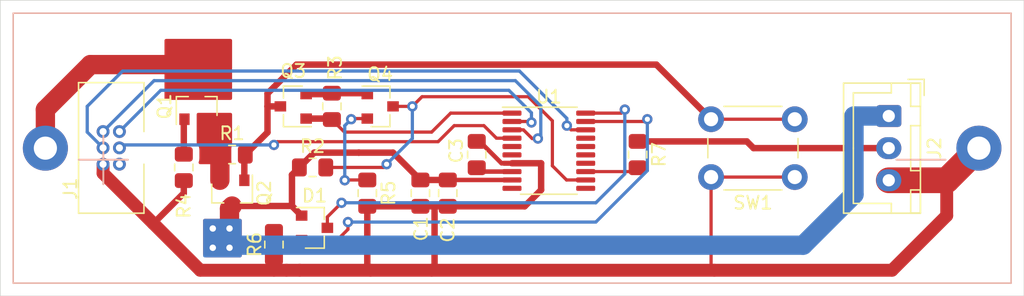
<source format=kicad_pcb>
(kicad_pcb (version 20171130) (host pcbnew "(5.1.10)-1")

  (general
    (thickness 1.6)
    (drawings 4)
    (tracks 167)
    (zones 0)
    (modules 20)
    (nets 20)
  )

  (page A4)
  (layers
    (0 F.Cu signal)
    (31 B.Cu signal)
    (32 B.Adhes user)
    (33 F.Adhes user)
    (34 B.Paste user)
    (35 F.Paste user)
    (36 B.SilkS user)
    (37 F.SilkS user)
    (38 B.Mask user)
    (39 F.Mask user)
    (40 Dwgs.User user)
    (41 Cmts.User user)
    (42 Eco1.User user)
    (43 Eco2.User user)
    (44 Edge.Cuts user)
    (45 Margin user)
    (46 B.CrtYd user)
    (47 F.CrtYd user)
    (48 B.Fab user hide)
    (49 F.Fab user hide)
  )

  (setup
    (last_trace_width 0.25)
    (user_trace_width 0.5)
    (user_trace_width 0.75)
    (user_trace_width 1)
    (user_trace_width 1.5)
    (user_trace_width 2)
    (trace_clearance 0.2)
    (zone_clearance 0.508)
    (zone_45_only no)
    (trace_min 0.2)
    (via_size 0.8)
    (via_drill 0.4)
    (via_min_size 0.4)
    (via_min_drill 0.3)
    (user_via 1 0.5)
    (uvia_size 0.3)
    (uvia_drill 0.1)
    (uvias_allowed no)
    (uvia_min_size 0.2)
    (uvia_min_drill 0.1)
    (edge_width 0.05)
    (segment_width 0.2)
    (pcb_text_width 0.3)
    (pcb_text_size 1.5 1.5)
    (mod_edge_width 0.12)
    (mod_text_size 1 1)
    (mod_text_width 0.15)
    (pad_size 1.524 1.524)
    (pad_drill 0.762)
    (pad_to_mask_clearance 0)
    (aux_axis_origin 0 0)
    (visible_elements 7FFFFFFF)
    (pcbplotparams
      (layerselection 0x010fc_ffffffff)
      (usegerberextensions false)
      (usegerberattributes true)
      (usegerberadvancedattributes true)
      (creategerberjobfile true)
      (excludeedgelayer true)
      (linewidth 0.100000)
      (plotframeref false)
      (viasonmask false)
      (mode 1)
      (useauxorigin false)
      (hpglpennumber 1)
      (hpglpenspeed 20)
      (hpglpendiameter 15.000000)
      (psnegative false)
      (psa4output false)
      (plotreference true)
      (plotvalue true)
      (plotinvisibletext false)
      (padsonsilk false)
      (subtractmaskfromsilk false)
      (outputformat 1)
      (mirror false)
      (drillshape 1)
      (scaleselection 1)
      (outputdirectory ""))
  )

  (net 0 "")
  (net 1 GND)
  (net 2 +BATT)
  (net 3 "Net-(BT1-Pad1)")
  (net 4 "Net-(C3-Pad1)")
  (net 5 /BAT_ADC_1)
  (net 6 /BAT_ADC_2)
  (net 7 /MCU_RX)
  (net 8 /MCU_TX)
  (net 9 /SWIM)
  (net 10 /NRST)
  (net 11 /WS_LED)
  (net 12 "Net-(Q1-Pad2)")
  (net 13 "Net-(Q1-Pad1)")
  (net 14 "Net-(Q2-Pad1)")
  (net 15 "Net-(Q3-Pad2)")
  (net 16 /PWR_EN)
  (net 17 /BTN)
  (net 18 "Net-(Q4-Pad2)")
  (net 19 "Net-(J2-Pad2)")

  (net_class Default "This is the default net class."
    (clearance 0.2)
    (trace_width 0.25)
    (via_dia 0.8)
    (via_drill 0.4)
    (uvia_dia 0.3)
    (uvia_drill 0.1)
    (add_net +BATT)
    (add_net /BAT_ADC_1)
    (add_net /BAT_ADC_2)
    (add_net /BTN)
    (add_net /MCU_RX)
    (add_net /MCU_TX)
    (add_net /NRST)
    (add_net /PWR_EN)
    (add_net /SWIM)
    (add_net /WS_LED)
    (add_net GND)
    (add_net "Net-(BT1-Pad1)")
    (add_net "Net-(C3-Pad1)")
    (add_net "Net-(J2-Pad2)")
    (add_net "Net-(Q1-Pad1)")
    (add_net "Net-(Q1-Pad2)")
    (add_net "Net-(Q2-Pad1)")
    (add_net "Net-(Q3-Pad2)")
    (add_net "Net-(Q4-Pad2)")
  )

  (module Resistor_SMD:R_0805_2012Metric_Pad1.15x1.40mm_HandSolder (layer F.Cu) (tedit 5B36C52B) (tstamp 61564962)
    (at 173.5 65.5 270)
    (descr "Resistor SMD 0805 (2012 Metric), square (rectangular) end terminal, IPC_7351 nominal with elongated pad for handsoldering. (Body size source: https://docs.google.com/spreadsheets/d/1BsfQQcO9C6DZCsRaXUlFlo91Tg2WpOkGARC1WS5S8t0/edit?usp=sharing), generated with kicad-footprint-generator")
    (tags "resistor handsolder")
    (path /61585399)
    (attr smd)
    (fp_text reference R7 (at 0 -1.65 90) (layer F.SilkS)
      (effects (font (size 1 1) (thickness 0.15)))
    )
    (fp_text value 470 (at 0 1.65 90) (layer F.Fab)
      (effects (font (size 1 1) (thickness 0.15)))
    )
    (fp_text user %R (at 0 0 90) (layer F.Fab)
      (effects (font (size 0.5 0.5) (thickness 0.08)))
    )
    (fp_line (start -1 0.6) (end -1 -0.6) (layer F.Fab) (width 0.1))
    (fp_line (start -1 -0.6) (end 1 -0.6) (layer F.Fab) (width 0.1))
    (fp_line (start 1 -0.6) (end 1 0.6) (layer F.Fab) (width 0.1))
    (fp_line (start 1 0.6) (end -1 0.6) (layer F.Fab) (width 0.1))
    (fp_line (start -0.261252 -0.71) (end 0.261252 -0.71) (layer F.SilkS) (width 0.12))
    (fp_line (start -0.261252 0.71) (end 0.261252 0.71) (layer F.SilkS) (width 0.12))
    (fp_line (start -1.85 0.95) (end -1.85 -0.95) (layer F.CrtYd) (width 0.05))
    (fp_line (start -1.85 -0.95) (end 1.85 -0.95) (layer F.CrtYd) (width 0.05))
    (fp_line (start 1.85 -0.95) (end 1.85 0.95) (layer F.CrtYd) (width 0.05))
    (fp_line (start 1.85 0.95) (end -1.85 0.95) (layer F.CrtYd) (width 0.05))
    (pad 2 smd roundrect (at 1.025 0 270) (size 1.15 1.4) (layers F.Cu F.Paste F.Mask) (roundrect_rratio 0.217391)
      (net 11 /WS_LED))
    (pad 1 smd roundrect (at -1.025 0 270) (size 1.15 1.4) (layers F.Cu F.Paste F.Mask) (roundrect_rratio 0.217391)
      (net 19 "Net-(J2-Pad2)"))
    (model ${KISYS3DMOD}/Resistor_SMD.3dshapes/R_0805_2012Metric.wrl
      (at (xyz 0 0 0))
      (scale (xyz 1 1 1))
      (rotate (xyz 0 0 0))
    )
  )

  (module Package_SO:TSSOP-20_4.4x6.5mm_P0.65mm (layer F.Cu) (tedit 5E476F32) (tstamp 6153B608)
    (at 166.6 65.2)
    (descr "TSSOP, 20 Pin (JEDEC MO-153 Var AC https://www.jedec.org/document_search?search_api_views_fulltext=MO-153), generated with kicad-footprint-generator ipc_gullwing_generator.py")
    (tags "TSSOP SO")
    (path /6150E75A)
    (attr smd)
    (fp_text reference U1 (at 0 -4.2) (layer F.SilkS)
      (effects (font (size 1 1) (thickness 0.15)))
    )
    (fp_text value STM8S103F3 (at 0 4.2) (layer F.Fab)
      (effects (font (size 1 1) (thickness 0.15)))
    )
    (fp_line (start 3.85 -3.5) (end -3.85 -3.5) (layer F.CrtYd) (width 0.05))
    (fp_line (start 3.85 3.5) (end 3.85 -3.5) (layer F.CrtYd) (width 0.05))
    (fp_line (start -3.85 3.5) (end 3.85 3.5) (layer F.CrtYd) (width 0.05))
    (fp_line (start -3.85 -3.5) (end -3.85 3.5) (layer F.CrtYd) (width 0.05))
    (fp_line (start -2.2 -2.25) (end -1.2 -3.25) (layer F.Fab) (width 0.1))
    (fp_line (start -2.2 3.25) (end -2.2 -2.25) (layer F.Fab) (width 0.1))
    (fp_line (start 2.2 3.25) (end -2.2 3.25) (layer F.Fab) (width 0.1))
    (fp_line (start 2.2 -3.25) (end 2.2 3.25) (layer F.Fab) (width 0.1))
    (fp_line (start -1.2 -3.25) (end 2.2 -3.25) (layer F.Fab) (width 0.1))
    (fp_line (start 0 -3.385) (end -3.6 -3.385) (layer F.SilkS) (width 0.12))
    (fp_line (start 0 -3.385) (end 2.2 -3.385) (layer F.SilkS) (width 0.12))
    (fp_line (start 0 3.385) (end -2.2 3.385) (layer F.SilkS) (width 0.12))
    (fp_line (start 0 3.385) (end 2.2 3.385) (layer F.SilkS) (width 0.12))
    (fp_text user %R (at 0 0) (layer F.Fab)
      (effects (font (size 1 1) (thickness 0.15)))
    )
    (pad 20 smd roundrect (at 2.8625 -2.925) (size 1.475 0.4) (layers F.Cu F.Paste F.Mask) (roundrect_rratio 0.25)
      (net 5 /BAT_ADC_1))
    (pad 19 smd roundrect (at 2.8625 -2.275) (size 1.475 0.4) (layers F.Cu F.Paste F.Mask) (roundrect_rratio 0.25)
      (net 6 /BAT_ADC_2))
    (pad 18 smd roundrect (at 2.8625 -1.625) (size 1.475 0.4) (layers F.Cu F.Paste F.Mask) (roundrect_rratio 0.25)
      (net 9 /SWIM))
    (pad 17 smd roundrect (at 2.8625 -0.975) (size 1.475 0.4) (layers F.Cu F.Paste F.Mask) (roundrect_rratio 0.25))
    (pad 16 smd roundrect (at 2.8625 -0.325) (size 1.475 0.4) (layers F.Cu F.Paste F.Mask) (roundrect_rratio 0.25))
    (pad 15 smd roundrect (at 2.8625 0.325) (size 1.475 0.4) (layers F.Cu F.Paste F.Mask) (roundrect_rratio 0.25))
    (pad 14 smd roundrect (at 2.8625 0.975) (size 1.475 0.4) (layers F.Cu F.Paste F.Mask) (roundrect_rratio 0.25))
    (pad 13 smd roundrect (at 2.8625 1.625) (size 1.475 0.4) (layers F.Cu F.Paste F.Mask) (roundrect_rratio 0.25)
      (net 11 /WS_LED))
    (pad 12 smd roundrect (at 2.8625 2.275) (size 1.475 0.4) (layers F.Cu F.Paste F.Mask) (roundrect_rratio 0.25)
      (net 17 /BTN))
    (pad 11 smd roundrect (at 2.8625 2.925) (size 1.475 0.4) (layers F.Cu F.Paste F.Mask) (roundrect_rratio 0.25))
    (pad 10 smd roundrect (at -2.8625 2.925) (size 1.475 0.4) (layers F.Cu F.Paste F.Mask) (roundrect_rratio 0.25))
    (pad 9 smd roundrect (at -2.8625 2.275) (size 1.475 0.4) (layers F.Cu F.Paste F.Mask) (roundrect_rratio 0.25)
      (net 2 +BATT))
    (pad 8 smd roundrect (at -2.8625 1.625) (size 1.475 0.4) (layers F.Cu F.Paste F.Mask) (roundrect_rratio 0.25)
      (net 4 "Net-(C3-Pad1)"))
    (pad 7 smd roundrect (at -2.8625 0.975) (size 1.475 0.4) (layers F.Cu F.Paste F.Mask) (roundrect_rratio 0.25)
      (net 1 GND))
    (pad 6 smd roundrect (at -2.8625 0.325) (size 1.475 0.4) (layers F.Cu F.Paste F.Mask) (roundrect_rratio 0.25))
    (pad 5 smd roundrect (at -2.8625 -0.325) (size 1.475 0.4) (layers F.Cu F.Paste F.Mask) (roundrect_rratio 0.25))
    (pad 4 smd roundrect (at -2.8625 -0.975) (size 1.475 0.4) (layers F.Cu F.Paste F.Mask) (roundrect_rratio 0.25)
      (net 10 /NRST))
    (pad 3 smd roundrect (at -2.8625 -1.625) (size 1.475 0.4) (layers F.Cu F.Paste F.Mask) (roundrect_rratio 0.25)
      (net 7 /MCU_RX))
    (pad 2 smd roundrect (at -2.8625 -2.275) (size 1.475 0.4) (layers F.Cu F.Paste F.Mask) (roundrect_rratio 0.25)
      (net 8 /MCU_TX))
    (pad 1 smd roundrect (at -2.8625 -2.925) (size 1.475 0.4) (layers F.Cu F.Paste F.Mask) (roundrect_rratio 0.25)
      (net 16 /PWR_EN))
    (model ${KISYS3DMOD}/Package_SO.3dshapes/TSSOP-20_4.4x6.5mm_P0.65mm.wrl
      (at (xyz 0 0 0))
      (scale (xyz 1 1 1))
      (rotate (xyz 0 0 0))
    )
  )

  (module Button_Switch_THT:SW_PUSH_6mm_H13mm (layer F.Cu) (tedit 5A02FE31) (tstamp 61563E22)
    (at 185.7 67.25 180)
    (descr "tactile push button, 6x6mm e.g. PHAP33xx series, height=13mm")
    (tags "tact sw push 6mm")
    (path /617CBF28)
    (fp_text reference SW1 (at 3.25 -2) (layer F.SilkS)
      (effects (font (size 1 1) (thickness 0.15)))
    )
    (fp_text value SW_Push (at 3.75 6.7) (layer F.Fab)
      (effects (font (size 1 1) (thickness 0.15)))
    )
    (fp_circle (center 3.25 2.25) (end 1.25 2.5) (layer F.Fab) (width 0.1))
    (fp_line (start 6.75 3) (end 6.75 1.5) (layer F.SilkS) (width 0.12))
    (fp_line (start 5.5 -1) (end 1 -1) (layer F.SilkS) (width 0.12))
    (fp_line (start -0.25 1.5) (end -0.25 3) (layer F.SilkS) (width 0.12))
    (fp_line (start 1 5.5) (end 5.5 5.5) (layer F.SilkS) (width 0.12))
    (fp_line (start 8 -1.25) (end 8 5.75) (layer F.CrtYd) (width 0.05))
    (fp_line (start 7.75 6) (end -1.25 6) (layer F.CrtYd) (width 0.05))
    (fp_line (start -1.5 5.75) (end -1.5 -1.25) (layer F.CrtYd) (width 0.05))
    (fp_line (start -1.25 -1.5) (end 7.75 -1.5) (layer F.CrtYd) (width 0.05))
    (fp_line (start -1.5 6) (end -1.25 6) (layer F.CrtYd) (width 0.05))
    (fp_line (start -1.5 5.75) (end -1.5 6) (layer F.CrtYd) (width 0.05))
    (fp_line (start -1.5 -1.5) (end -1.25 -1.5) (layer F.CrtYd) (width 0.05))
    (fp_line (start -1.5 -1.25) (end -1.5 -1.5) (layer F.CrtYd) (width 0.05))
    (fp_line (start 8 -1.5) (end 8 -1.25) (layer F.CrtYd) (width 0.05))
    (fp_line (start 7.75 -1.5) (end 8 -1.5) (layer F.CrtYd) (width 0.05))
    (fp_line (start 8 6) (end 8 5.75) (layer F.CrtYd) (width 0.05))
    (fp_line (start 7.75 6) (end 8 6) (layer F.CrtYd) (width 0.05))
    (fp_line (start 0.25 -0.75) (end 3.25 -0.75) (layer F.Fab) (width 0.1))
    (fp_line (start 0.25 5.25) (end 0.25 -0.75) (layer F.Fab) (width 0.1))
    (fp_line (start 6.25 5.25) (end 0.25 5.25) (layer F.Fab) (width 0.1))
    (fp_line (start 6.25 -0.75) (end 6.25 5.25) (layer F.Fab) (width 0.1))
    (fp_line (start 3.25 -0.75) (end 6.25 -0.75) (layer F.Fab) (width 0.1))
    (fp_text user %R (at 3.25 2.25) (layer F.Fab)
      (effects (font (size 1 1) (thickness 0.15)))
    )
    (pad 1 thru_hole circle (at 6.5 0 270) (size 2 2) (drill 1.1) (layers *.Cu *.Mask)
      (net 1 GND))
    (pad 2 thru_hole circle (at 6.5 4.5 270) (size 2 2) (drill 1.1) (layers *.Cu *.Mask)
      (net 14 "Net-(Q2-Pad1)"))
    (pad 1 thru_hole circle (at 0 0 270) (size 2 2) (drill 1.1) (layers *.Cu *.Mask)
      (net 1 GND))
    (pad 2 thru_hole circle (at 0 4.5 270) (size 2 2) (drill 1.1) (layers *.Cu *.Mask)
      (net 14 "Net-(Q2-Pad1)"))
    (model ${KISYS3DMOD}/Button_Switch_THT.3dshapes/SW_PUSH_6mm_H13mm.wrl
      (at (xyz 0 0 0))
      (scale (xyz 1 1 1))
      (rotate (xyz 0 0 0))
    )
  )

  (module Resistor_SMD:R_0805_2012Metric_Pad1.15x1.40mm_HandSolder (layer F.Cu) (tedit 5B36C52B) (tstamp 615640CB)
    (at 145.25 72.5 270)
    (descr "Resistor SMD 0805 (2012 Metric), square (rectangular) end terminal, IPC_7351 nominal with elongated pad for handsoldering. (Body size source: https://docs.google.com/spreadsheets/d/1BsfQQcO9C6DZCsRaXUlFlo91Tg2WpOkGARC1WS5S8t0/edit?usp=sharing), generated with kicad-footprint-generator")
    (tags "resistor handsolder")
    (path /617EAE3A)
    (attr smd)
    (fp_text reference R6 (at 0 1.5 90) (layer F.SilkS)
      (effects (font (size 1 1) (thickness 0.15)))
    )
    (fp_text value 150k (at 0 1.65 90) (layer F.Fab)
      (effects (font (size 1 1) (thickness 0.15)))
    )
    (fp_line (start 1.85 0.95) (end -1.85 0.95) (layer F.CrtYd) (width 0.05))
    (fp_line (start 1.85 -0.95) (end 1.85 0.95) (layer F.CrtYd) (width 0.05))
    (fp_line (start -1.85 -0.95) (end 1.85 -0.95) (layer F.CrtYd) (width 0.05))
    (fp_line (start -1.85 0.95) (end -1.85 -0.95) (layer F.CrtYd) (width 0.05))
    (fp_line (start -0.261252 0.71) (end 0.261252 0.71) (layer F.SilkS) (width 0.12))
    (fp_line (start -0.261252 -0.71) (end 0.261252 -0.71) (layer F.SilkS) (width 0.12))
    (fp_line (start 1 0.6) (end -1 0.6) (layer F.Fab) (width 0.1))
    (fp_line (start 1 -0.6) (end 1 0.6) (layer F.Fab) (width 0.1))
    (fp_line (start -1 -0.6) (end 1 -0.6) (layer F.Fab) (width 0.1))
    (fp_line (start -1 0.6) (end -1 -0.6) (layer F.Fab) (width 0.1))
    (fp_text user %R (at 0 0 90) (layer F.Fab)
      (effects (font (size 0.5 0.5) (thickness 0.08)))
    )
    (pad 2 smd roundrect (at 1.025 0 270) (size 1.15 1.4) (layers F.Cu F.Paste F.Mask) (roundrect_rratio 0.217391)
      (net 1 GND))
    (pad 1 smd roundrect (at -1.025 0 270) (size 1.15 1.4) (layers F.Cu F.Paste F.Mask) (roundrect_rratio 0.217391)
      (net 6 /BAT_ADC_2))
    (model ${KISYS3DMOD}/Resistor_SMD.3dshapes/R_0805_2012Metric.wrl
      (at (xyz 0 0 0))
      (scale (xyz 1 1 1))
      (rotate (xyz 0 0 0))
    )
  )

  (module Resistor_SMD:R_0805_2012Metric_Pad1.15x1.40mm_HandSolder (layer F.Cu) (tedit 5B36C52B) (tstamp 6153B5B2)
    (at 152.5 68.5 270)
    (descr "Resistor SMD 0805 (2012 Metric), square (rectangular) end terminal, IPC_7351 nominal with elongated pad for handsoldering. (Body size source: https://docs.google.com/spreadsheets/d/1BsfQQcO9C6DZCsRaXUlFlo91Tg2WpOkGARC1WS5S8t0/edit?usp=sharing), generated with kicad-footprint-generator")
    (tags "resistor handsolder")
    (path /617E80CD)
    (attr smd)
    (fp_text reference R5 (at 0 -1.65 90) (layer F.SilkS)
      (effects (font (size 1 1) (thickness 0.15)))
    )
    (fp_text value 100 (at 0 1.65 90) (layer F.Fab)
      (effects (font (size 1 1) (thickness 0.15)))
    )
    (fp_line (start 1.85 0.95) (end -1.85 0.95) (layer F.CrtYd) (width 0.05))
    (fp_line (start 1.85 -0.95) (end 1.85 0.95) (layer F.CrtYd) (width 0.05))
    (fp_line (start -1.85 -0.95) (end 1.85 -0.95) (layer F.CrtYd) (width 0.05))
    (fp_line (start -1.85 0.95) (end -1.85 -0.95) (layer F.CrtYd) (width 0.05))
    (fp_line (start -0.261252 0.71) (end 0.261252 0.71) (layer F.SilkS) (width 0.12))
    (fp_line (start -0.261252 -0.71) (end 0.261252 -0.71) (layer F.SilkS) (width 0.12))
    (fp_line (start 1 0.6) (end -1 0.6) (layer F.Fab) (width 0.1))
    (fp_line (start 1 -0.6) (end 1 0.6) (layer F.Fab) (width 0.1))
    (fp_line (start -1 -0.6) (end 1 -0.6) (layer F.Fab) (width 0.1))
    (fp_line (start -1 0.6) (end -1 -0.6) (layer F.Fab) (width 0.1))
    (fp_text user %R (at 0 0 90) (layer F.Fab)
      (effects (font (size 0.5 0.5) (thickness 0.08)))
    )
    (pad 2 smd roundrect (at 1.025 0 270) (size 1.15 1.4) (layers F.Cu F.Paste F.Mask) (roundrect_rratio 0.217391)
      (net 1 GND))
    (pad 1 smd roundrect (at -1.025 0 270) (size 1.15 1.4) (layers F.Cu F.Paste F.Mask) (roundrect_rratio 0.217391)
      (net 18 "Net-(Q4-Pad2)"))
    (model ${KISYS3DMOD}/Resistor_SMD.3dshapes/R_0805_2012Metric.wrl
      (at (xyz 0 0 0))
      (scale (xyz 1 1 1))
      (rotate (xyz 0 0 0))
    )
  )

  (module Resistor_SMD:R_0805_2012Metric_Pad1.15x1.40mm_HandSolder (layer F.Cu) (tedit 5B36C52B) (tstamp 6153B5A1)
    (at 138.25 66.5 270)
    (descr "Resistor SMD 0805 (2012 Metric), square (rectangular) end terminal, IPC_7351 nominal with elongated pad for handsoldering. (Body size source: https://docs.google.com/spreadsheets/d/1BsfQQcO9C6DZCsRaXUlFlo91Tg2WpOkGARC1WS5S8t0/edit?usp=sharing), generated with kicad-footprint-generator")
    (tags "resistor handsolder")
    (path /617CA115)
    (attr smd)
    (fp_text reference R4 (at 3 0 90) (layer F.SilkS)
      (effects (font (size 1 1) (thickness 0.15)))
    )
    (fp_text value 150k (at 0 1.65 90) (layer F.Fab)
      (effects (font (size 1 1) (thickness 0.15)))
    )
    (fp_line (start 1.85 0.95) (end -1.85 0.95) (layer F.CrtYd) (width 0.05))
    (fp_line (start 1.85 -0.95) (end 1.85 0.95) (layer F.CrtYd) (width 0.05))
    (fp_line (start -1.85 -0.95) (end 1.85 -0.95) (layer F.CrtYd) (width 0.05))
    (fp_line (start -1.85 0.95) (end -1.85 -0.95) (layer F.CrtYd) (width 0.05))
    (fp_line (start -0.261252 0.71) (end 0.261252 0.71) (layer F.SilkS) (width 0.12))
    (fp_line (start -0.261252 -0.71) (end 0.261252 -0.71) (layer F.SilkS) (width 0.12))
    (fp_line (start 1 0.6) (end -1 0.6) (layer F.Fab) (width 0.1))
    (fp_line (start 1 -0.6) (end 1 0.6) (layer F.Fab) (width 0.1))
    (fp_line (start -1 -0.6) (end 1 -0.6) (layer F.Fab) (width 0.1))
    (fp_line (start -1 0.6) (end -1 -0.6) (layer F.Fab) (width 0.1))
    (fp_text user %R (at 0 0 90) (layer F.Fab)
      (effects (font (size 0.5 0.5) (thickness 0.08)))
    )
    (pad 2 smd roundrect (at 1.025 0 270) (size 1.15 1.4) (layers F.Cu F.Paste F.Mask) (roundrect_rratio 0.217391)
      (net 1 GND))
    (pad 1 smd roundrect (at -1.025 0 270) (size 1.15 1.4) (layers F.Cu F.Paste F.Mask) (roundrect_rratio 0.217391)
      (net 13 "Net-(Q1-Pad1)"))
    (model ${KISYS3DMOD}/Resistor_SMD.3dshapes/R_0805_2012Metric.wrl
      (at (xyz 0 0 0))
      (scale (xyz 1 1 1))
      (rotate (xyz 0 0 0))
    )
  )

  (module Resistor_SMD:R_0805_2012Metric_Pad1.15x1.40mm_HandSolder (layer F.Cu) (tedit 5B36C52B) (tstamp 6153B590)
    (at 149.75 61.75 90)
    (descr "Resistor SMD 0805 (2012 Metric), square (rectangular) end terminal, IPC_7351 nominal with elongated pad for handsoldering. (Body size source: https://docs.google.com/spreadsheets/d/1BsfQQcO9C6DZCsRaXUlFlo91Tg2WpOkGARC1WS5S8t0/edit?usp=sharing), generated with kicad-footprint-generator")
    (tags "resistor handsolder")
    (path /617E0DB5)
    (attr smd)
    (fp_text reference R3 (at 3 0.25 90) (layer F.SilkS)
      (effects (font (size 1 1) (thickness 0.15)))
    )
    (fp_text value 150k (at 0 1.65 90) (layer F.Fab)
      (effects (font (size 1 1) (thickness 0.15)))
    )
    (fp_line (start 1.85 0.95) (end -1.85 0.95) (layer F.CrtYd) (width 0.05))
    (fp_line (start 1.85 -0.95) (end 1.85 0.95) (layer F.CrtYd) (width 0.05))
    (fp_line (start -1.85 -0.95) (end 1.85 -0.95) (layer F.CrtYd) (width 0.05))
    (fp_line (start -1.85 0.95) (end -1.85 -0.95) (layer F.CrtYd) (width 0.05))
    (fp_line (start -0.261252 0.71) (end 0.261252 0.71) (layer F.SilkS) (width 0.12))
    (fp_line (start -0.261252 -0.71) (end 0.261252 -0.71) (layer F.SilkS) (width 0.12))
    (fp_line (start 1 0.6) (end -1 0.6) (layer F.Fab) (width 0.1))
    (fp_line (start 1 -0.6) (end 1 0.6) (layer F.Fab) (width 0.1))
    (fp_line (start -1 -0.6) (end 1 -0.6) (layer F.Fab) (width 0.1))
    (fp_line (start -1 0.6) (end -1 -0.6) (layer F.Fab) (width 0.1))
    (fp_text user %R (at 0 0 90) (layer F.Fab)
      (effects (font (size 0.5 0.5) (thickness 0.08)))
    )
    (pad 2 smd roundrect (at 1.025 0 90) (size 1.15 1.4) (layers F.Cu F.Paste F.Mask) (roundrect_rratio 0.217391)
      (net 15 "Net-(Q3-Pad2)"))
    (pad 1 smd roundrect (at -1.025 0 90) (size 1.15 1.4) (layers F.Cu F.Paste F.Mask) (roundrect_rratio 0.217391)
      (net 16 /PWR_EN))
    (model ${KISYS3DMOD}/Resistor_SMD.3dshapes/R_0805_2012Metric.wrl
      (at (xyz 0 0 0))
      (scale (xyz 1 1 1))
      (rotate (xyz 0 0 0))
    )
  )

  (module Resistor_SMD:R_0805_2012Metric_Pad1.15x1.40mm_HandSolder (layer F.Cu) (tedit 5B36C52B) (tstamp 6153B57F)
    (at 148.25 66.5)
    (descr "Resistor SMD 0805 (2012 Metric), square (rectangular) end terminal, IPC_7351 nominal with elongated pad for handsoldering. (Body size source: https://docs.google.com/spreadsheets/d/1BsfQQcO9C6DZCsRaXUlFlo91Tg2WpOkGARC1WS5S8t0/edit?usp=sharing), generated with kicad-footprint-generator")
    (tags "resistor handsolder")
    (path /617E938D)
    (attr smd)
    (fp_text reference R2 (at 0 -1.65) (layer F.SilkS)
      (effects (font (size 1 1) (thickness 0.15)))
    )
    (fp_text value 15k (at 0 1.65) (layer F.Fab)
      (effects (font (size 1 1) (thickness 0.15)))
    )
    (fp_line (start 1.85 0.95) (end -1.85 0.95) (layer F.CrtYd) (width 0.05))
    (fp_line (start 1.85 -0.95) (end 1.85 0.95) (layer F.CrtYd) (width 0.05))
    (fp_line (start -1.85 -0.95) (end 1.85 -0.95) (layer F.CrtYd) (width 0.05))
    (fp_line (start -1.85 0.95) (end -1.85 -0.95) (layer F.CrtYd) (width 0.05))
    (fp_line (start -0.261252 0.71) (end 0.261252 0.71) (layer F.SilkS) (width 0.12))
    (fp_line (start -0.261252 -0.71) (end 0.261252 -0.71) (layer F.SilkS) (width 0.12))
    (fp_line (start 1 0.6) (end -1 0.6) (layer F.Fab) (width 0.1))
    (fp_line (start 1 -0.6) (end 1 0.6) (layer F.Fab) (width 0.1))
    (fp_line (start -1 -0.6) (end 1 -0.6) (layer F.Fab) (width 0.1))
    (fp_line (start -1 0.6) (end -1 -0.6) (layer F.Fab) (width 0.1))
    (fp_text user %R (at 0 0) (layer F.Fab)
      (effects (font (size 0.5 0.5) (thickness 0.08)))
    )
    (pad 2 smd roundrect (at 1.025 0) (size 1.15 1.4) (layers F.Cu F.Paste F.Mask) (roundrect_rratio 0.217391)
      (net 17 /BTN))
    (pad 1 smd roundrect (at -1.025 0) (size 1.15 1.4) (layers F.Cu F.Paste F.Mask) (roundrect_rratio 0.217391)
      (net 2 +BATT))
    (model ${KISYS3DMOD}/Resistor_SMD.3dshapes/R_0805_2012Metric.wrl
      (at (xyz 0 0 0))
      (scale (xyz 1 1 1))
      (rotate (xyz 0 0 0))
    )
  )

  (module Resistor_SMD:R_0805_2012Metric_Pad1.15x1.40mm_HandSolder (layer F.Cu) (tedit 5B36C52B) (tstamp 6153B56E)
    (at 142 65.5)
    (descr "Resistor SMD 0805 (2012 Metric), square (rectangular) end terminal, IPC_7351 nominal with elongated pad for handsoldering. (Body size source: https://docs.google.com/spreadsheets/d/1BsfQQcO9C6DZCsRaXUlFlo91Tg2WpOkGARC1WS5S8t0/edit?usp=sharing), generated with kicad-footprint-generator")
    (tags "resistor handsolder")
    (path /617CA93F)
    (attr smd)
    (fp_text reference R1 (at 0 -1.65) (layer F.SilkS)
      (effects (font (size 1 1) (thickness 0.15)))
    )
    (fp_text value 150k (at 0 1.65) (layer F.Fab)
      (effects (font (size 1 1) (thickness 0.15)))
    )
    (fp_line (start 1.85 0.95) (end -1.85 0.95) (layer F.CrtYd) (width 0.05))
    (fp_line (start 1.85 -0.95) (end 1.85 0.95) (layer F.CrtYd) (width 0.05))
    (fp_line (start -1.85 -0.95) (end 1.85 -0.95) (layer F.CrtYd) (width 0.05))
    (fp_line (start -1.85 0.95) (end -1.85 -0.95) (layer F.CrtYd) (width 0.05))
    (fp_line (start -0.261252 0.71) (end 0.261252 0.71) (layer F.SilkS) (width 0.12))
    (fp_line (start -0.261252 -0.71) (end 0.261252 -0.71) (layer F.SilkS) (width 0.12))
    (fp_line (start 1 0.6) (end -1 0.6) (layer F.Fab) (width 0.1))
    (fp_line (start 1 -0.6) (end 1 0.6) (layer F.Fab) (width 0.1))
    (fp_line (start -1 -0.6) (end 1 -0.6) (layer F.Fab) (width 0.1))
    (fp_line (start -1 0.6) (end -1 -0.6) (layer F.Fab) (width 0.1))
    (fp_text user %R (at 0 0) (layer F.Fab)
      (effects (font (size 0.5 0.5) (thickness 0.08)))
    )
    (pad 2 smd roundrect (at 1.025 0) (size 1.15 1.4) (layers F.Cu F.Paste F.Mask) (roundrect_rratio 0.217391)
      (net 14 "Net-(Q2-Pad1)"))
    (pad 1 smd roundrect (at -1.025 0) (size 1.15 1.4) (layers F.Cu F.Paste F.Mask) (roundrect_rratio 0.217391)
      (net 12 "Net-(Q1-Pad2)"))
    (model ${KISYS3DMOD}/Resistor_SMD.3dshapes/R_0805_2012Metric.wrl
      (at (xyz 0 0 0))
      (scale (xyz 1 1 1))
      (rotate (xyz 0 0 0))
    )
  )

  (module Package_TO_SOT_SMD:SOT-23 (layer F.Cu) (tedit 5A02FF57) (tstamp 6153B55D)
    (at 153.5 61.75)
    (descr "SOT-23, Standard")
    (tags SOT-23)
    (path /617E46B2)
    (attr smd)
    (fp_text reference Q4 (at 0 -2.5) (layer F.SilkS)
      (effects (font (size 1 1) (thickness 0.15)))
    )
    (fp_text value MMBT3904 (at 0 2.5) (layer F.Fab)
      (effects (font (size 1 1) (thickness 0.15)))
    )
    (fp_line (start 0.76 1.58) (end -0.7 1.58) (layer F.SilkS) (width 0.12))
    (fp_line (start 0.76 -1.58) (end -1.4 -1.58) (layer F.SilkS) (width 0.12))
    (fp_line (start -1.7 1.75) (end -1.7 -1.75) (layer F.CrtYd) (width 0.05))
    (fp_line (start 1.7 1.75) (end -1.7 1.75) (layer F.CrtYd) (width 0.05))
    (fp_line (start 1.7 -1.75) (end 1.7 1.75) (layer F.CrtYd) (width 0.05))
    (fp_line (start -1.7 -1.75) (end 1.7 -1.75) (layer F.CrtYd) (width 0.05))
    (fp_line (start 0.76 -1.58) (end 0.76 -0.65) (layer F.SilkS) (width 0.12))
    (fp_line (start 0.76 1.58) (end 0.76 0.65) (layer F.SilkS) (width 0.12))
    (fp_line (start -0.7 1.52) (end 0.7 1.52) (layer F.Fab) (width 0.1))
    (fp_line (start 0.7 -1.52) (end 0.7 1.52) (layer F.Fab) (width 0.1))
    (fp_line (start -0.7 -0.95) (end -0.15 -1.52) (layer F.Fab) (width 0.1))
    (fp_line (start -0.15 -1.52) (end 0.7 -1.52) (layer F.Fab) (width 0.1))
    (fp_line (start -0.7 -0.95) (end -0.7 1.5) (layer F.Fab) (width 0.1))
    (fp_text user %R (at 0 0 90) (layer F.Fab)
      (effects (font (size 0.5 0.5) (thickness 0.075)))
    )
    (pad 3 smd rect (at 1 0) (size 0.9 0.8) (layers F.Cu F.Paste F.Mask)
      (net 17 /BTN))
    (pad 2 smd rect (at -1 0.95) (size 0.9 0.8) (layers F.Cu F.Paste F.Mask)
      (net 18 "Net-(Q4-Pad2)"))
    (pad 1 smd rect (at -1 -0.95) (size 0.9 0.8) (layers F.Cu F.Paste F.Mask)
      (net 15 "Net-(Q3-Pad2)"))
    (model ${KISYS3DMOD}/Package_TO_SOT_SMD.3dshapes/SOT-23.wrl
      (at (xyz 0 0 0))
      (scale (xyz 1 1 1))
      (rotate (xyz 0 0 0))
    )
  )

  (module Package_TO_SOT_SMD:SOT-23 (layer F.Cu) (tedit 5A02FF57) (tstamp 6153B548)
    (at 146.75 61.75 180)
    (descr "SOT-23, Standard")
    (tags SOT-23)
    (path /617D2739)
    (attr smd)
    (fp_text reference Q3 (at 0 2.75) (layer F.SilkS)
      (effects (font (size 1 1) (thickness 0.15)))
    )
    (fp_text value 2N7002 (at 0 2.5) (layer F.Fab)
      (effects (font (size 1 1) (thickness 0.15)))
    )
    (fp_line (start 0.76 1.58) (end -0.7 1.58) (layer F.SilkS) (width 0.12))
    (fp_line (start 0.76 -1.58) (end -1.4 -1.58) (layer F.SilkS) (width 0.12))
    (fp_line (start -1.7 1.75) (end -1.7 -1.75) (layer F.CrtYd) (width 0.05))
    (fp_line (start 1.7 1.75) (end -1.7 1.75) (layer F.CrtYd) (width 0.05))
    (fp_line (start 1.7 -1.75) (end 1.7 1.75) (layer F.CrtYd) (width 0.05))
    (fp_line (start -1.7 -1.75) (end 1.7 -1.75) (layer F.CrtYd) (width 0.05))
    (fp_line (start 0.76 -1.58) (end 0.76 -0.65) (layer F.SilkS) (width 0.12))
    (fp_line (start 0.76 1.58) (end 0.76 0.65) (layer F.SilkS) (width 0.12))
    (fp_line (start -0.7 1.52) (end 0.7 1.52) (layer F.Fab) (width 0.1))
    (fp_line (start 0.7 -1.52) (end 0.7 1.52) (layer F.Fab) (width 0.1))
    (fp_line (start -0.7 -0.95) (end -0.15 -1.52) (layer F.Fab) (width 0.1))
    (fp_line (start -0.15 -1.52) (end 0.7 -1.52) (layer F.Fab) (width 0.1))
    (fp_line (start -0.7 -0.95) (end -0.7 1.5) (layer F.Fab) (width 0.1))
    (fp_text user %R (at 0 0 90) (layer F.Fab)
      (effects (font (size 0.5 0.5) (thickness 0.075)))
    )
    (pad 3 smd rect (at 1 0 180) (size 0.9 0.8) (layers F.Cu F.Paste F.Mask)
      (net 14 "Net-(Q2-Pad1)"))
    (pad 2 smd rect (at -1 0.95 180) (size 0.9 0.8) (layers F.Cu F.Paste F.Mask)
      (net 15 "Net-(Q3-Pad2)"))
    (pad 1 smd rect (at -1 -0.95 180) (size 0.9 0.8) (layers F.Cu F.Paste F.Mask)
      (net 16 /PWR_EN))
    (model ${KISYS3DMOD}/Package_TO_SOT_SMD.3dshapes/SOT-23.wrl
      (at (xyz 0 0 0))
      (scale (xyz 1 1 1))
      (rotate (xyz 0 0 0))
    )
  )

  (module Package_TO_SOT_SMD:SOT-23 (layer F.Cu) (tedit 5A02FF57) (tstamp 6153B533)
    (at 142 68.5 270)
    (descr "SOT-23, Standard")
    (tags SOT-23)
    (path /617CB44C)
    (attr smd)
    (fp_text reference Q2 (at 0 -2.5 90) (layer F.SilkS)
      (effects (font (size 1 1) (thickness 0.15)))
    )
    (fp_text value IRLML6401 (at 0 2.5 90) (layer F.Fab)
      (effects (font (size 1 1) (thickness 0.15)))
    )
    (fp_line (start 0.76 1.58) (end -0.7 1.58) (layer F.SilkS) (width 0.12))
    (fp_line (start 0.76 -1.58) (end -1.4 -1.58) (layer F.SilkS) (width 0.12))
    (fp_line (start -1.7 1.75) (end -1.7 -1.75) (layer F.CrtYd) (width 0.05))
    (fp_line (start 1.7 1.75) (end -1.7 1.75) (layer F.CrtYd) (width 0.05))
    (fp_line (start 1.7 -1.75) (end 1.7 1.75) (layer F.CrtYd) (width 0.05))
    (fp_line (start -1.7 -1.75) (end 1.7 -1.75) (layer F.CrtYd) (width 0.05))
    (fp_line (start 0.76 -1.58) (end 0.76 -0.65) (layer F.SilkS) (width 0.12))
    (fp_line (start 0.76 1.58) (end 0.76 0.65) (layer F.SilkS) (width 0.12))
    (fp_line (start -0.7 1.52) (end 0.7 1.52) (layer F.Fab) (width 0.1))
    (fp_line (start 0.7 -1.52) (end 0.7 1.52) (layer F.Fab) (width 0.1))
    (fp_line (start -0.7 -0.95) (end -0.15 -1.52) (layer F.Fab) (width 0.1))
    (fp_line (start -0.15 -1.52) (end 0.7 -1.52) (layer F.Fab) (width 0.1))
    (fp_line (start -0.7 -0.95) (end -0.7 1.5) (layer F.Fab) (width 0.1))
    (fp_text user %R (at 0 0) (layer F.Fab)
      (effects (font (size 0.5 0.5) (thickness 0.075)))
    )
    (pad 3 smd rect (at 1 0 270) (size 0.9 0.8) (layers F.Cu F.Paste F.Mask)
      (net 2 +BATT))
    (pad 2 smd rect (at -1 0.95 270) (size 0.9 0.8) (layers F.Cu F.Paste F.Mask)
      (net 12 "Net-(Q1-Pad2)"))
    (pad 1 smd rect (at -1 -0.95 270) (size 0.9 0.8) (layers F.Cu F.Paste F.Mask)
      (net 14 "Net-(Q2-Pad1)"))
    (model ${KISYS3DMOD}/Package_TO_SOT_SMD.3dshapes/SOT-23.wrl
      (at (xyz 0 0 0))
      (scale (xyz 1 1 1))
      (rotate (xyz 0 0 0))
    )
  )

  (module Package_TO_SOT_SMD:SOT-23 (layer F.Cu) (tedit 5A02FF57) (tstamp 6153B51E)
    (at 139.25 61.75 90)
    (descr "SOT-23, Standard")
    (tags SOT-23)
    (path /617C7128)
    (attr smd)
    (fp_text reference Q1 (at 0 -2.5 90) (layer F.SilkS)
      (effects (font (size 1 1) (thickness 0.15)))
    )
    (fp_text value IRLML6401 (at 0 2.5 90) (layer F.Fab)
      (effects (font (size 1 1) (thickness 0.15)))
    )
    (fp_line (start 0.76 1.58) (end -0.7 1.58) (layer F.SilkS) (width 0.12))
    (fp_line (start 0.76 -1.58) (end -1.4 -1.58) (layer F.SilkS) (width 0.12))
    (fp_line (start -1.7 1.75) (end -1.7 -1.75) (layer F.CrtYd) (width 0.05))
    (fp_line (start 1.7 1.75) (end -1.7 1.75) (layer F.CrtYd) (width 0.05))
    (fp_line (start 1.7 -1.75) (end 1.7 1.75) (layer F.CrtYd) (width 0.05))
    (fp_line (start -1.7 -1.75) (end 1.7 -1.75) (layer F.CrtYd) (width 0.05))
    (fp_line (start 0.76 -1.58) (end 0.76 -0.65) (layer F.SilkS) (width 0.12))
    (fp_line (start 0.76 1.58) (end 0.76 0.65) (layer F.SilkS) (width 0.12))
    (fp_line (start -0.7 1.52) (end 0.7 1.52) (layer F.Fab) (width 0.1))
    (fp_line (start 0.7 -1.52) (end 0.7 1.52) (layer F.Fab) (width 0.1))
    (fp_line (start -0.7 -0.95) (end -0.15 -1.52) (layer F.Fab) (width 0.1))
    (fp_line (start -0.15 -1.52) (end 0.7 -1.52) (layer F.Fab) (width 0.1))
    (fp_line (start -0.7 -0.95) (end -0.7 1.5) (layer F.Fab) (width 0.1))
    (fp_text user %R (at 0 0) (layer F.Fab)
      (effects (font (size 0.5 0.5) (thickness 0.075)))
    )
    (pad 3 smd rect (at 1 0 90) (size 0.9 0.8) (layers F.Cu F.Paste F.Mask)
      (net 3 "Net-(BT1-Pad1)"))
    (pad 2 smd rect (at -1 0.95 90) (size 0.9 0.8) (layers F.Cu F.Paste F.Mask)
      (net 12 "Net-(Q1-Pad2)"))
    (pad 1 smd rect (at -1 -0.95 90) (size 0.9 0.8) (layers F.Cu F.Paste F.Mask)
      (net 13 "Net-(Q1-Pad1)"))
    (model ${KISYS3DMOD}/Package_TO_SOT_SMD.3dshapes/SOT-23.wrl
      (at (xyz 0 0 0))
      (scale (xyz 1 1 1))
      (rotate (xyz 0 0 0))
    )
  )

  (module Connector_JST:JST_XH_B3B-XH-A_1x03_P2.50mm_Vertical (layer F.Cu) (tedit 5C28146C) (tstamp 6153B509)
    (at 193 62.5 270)
    (descr "JST XH series connector, B3B-XH-A (http://www.jst-mfg.com/product/pdf/eng/eXH.pdf), generated with kicad-footprint-generator")
    (tags "connector JST XH vertical")
    (path /6152FA7C)
    (fp_text reference J2 (at 2.5 -3.55 90) (layer F.SilkS)
      (effects (font (size 1 1) (thickness 0.15)))
    )
    (fp_text value WS_LED (at 2.5 4.6 90) (layer F.Fab)
      (effects (font (size 1 1) (thickness 0.15)))
    )
    (fp_line (start -2.85 -2.75) (end -2.85 -1.5) (layer F.SilkS) (width 0.12))
    (fp_line (start -1.6 -2.75) (end -2.85 -2.75) (layer F.SilkS) (width 0.12))
    (fp_line (start 6.8 2.75) (end 2.5 2.75) (layer F.SilkS) (width 0.12))
    (fp_line (start 6.8 -0.2) (end 6.8 2.75) (layer F.SilkS) (width 0.12))
    (fp_line (start 7.55 -0.2) (end 6.8 -0.2) (layer F.SilkS) (width 0.12))
    (fp_line (start -1.8 2.75) (end 2.5 2.75) (layer F.SilkS) (width 0.12))
    (fp_line (start -1.8 -0.2) (end -1.8 2.75) (layer F.SilkS) (width 0.12))
    (fp_line (start -2.55 -0.2) (end -1.8 -0.2) (layer F.SilkS) (width 0.12))
    (fp_line (start 7.55 -2.45) (end 5.75 -2.45) (layer F.SilkS) (width 0.12))
    (fp_line (start 7.55 -1.7) (end 7.55 -2.45) (layer F.SilkS) (width 0.12))
    (fp_line (start 5.75 -1.7) (end 7.55 -1.7) (layer F.SilkS) (width 0.12))
    (fp_line (start 5.75 -2.45) (end 5.75 -1.7) (layer F.SilkS) (width 0.12))
    (fp_line (start -0.75 -2.45) (end -2.55 -2.45) (layer F.SilkS) (width 0.12))
    (fp_line (start -0.75 -1.7) (end -0.75 -2.45) (layer F.SilkS) (width 0.12))
    (fp_line (start -2.55 -1.7) (end -0.75 -1.7) (layer F.SilkS) (width 0.12))
    (fp_line (start -2.55 -2.45) (end -2.55 -1.7) (layer F.SilkS) (width 0.12))
    (fp_line (start 4.25 -2.45) (end 0.75 -2.45) (layer F.SilkS) (width 0.12))
    (fp_line (start 4.25 -1.7) (end 4.25 -2.45) (layer F.SilkS) (width 0.12))
    (fp_line (start 0.75 -1.7) (end 4.25 -1.7) (layer F.SilkS) (width 0.12))
    (fp_line (start 0.75 -2.45) (end 0.75 -1.7) (layer F.SilkS) (width 0.12))
    (fp_line (start 0 -1.35) (end 0.625 -2.35) (layer F.Fab) (width 0.1))
    (fp_line (start -0.625 -2.35) (end 0 -1.35) (layer F.Fab) (width 0.1))
    (fp_line (start 7.95 -2.85) (end -2.95 -2.85) (layer F.CrtYd) (width 0.05))
    (fp_line (start 7.95 3.9) (end 7.95 -2.85) (layer F.CrtYd) (width 0.05))
    (fp_line (start -2.95 3.9) (end 7.95 3.9) (layer F.CrtYd) (width 0.05))
    (fp_line (start -2.95 -2.85) (end -2.95 3.9) (layer F.CrtYd) (width 0.05))
    (fp_line (start 7.56 -2.46) (end -2.56 -2.46) (layer F.SilkS) (width 0.12))
    (fp_line (start 7.56 3.51) (end 7.56 -2.46) (layer F.SilkS) (width 0.12))
    (fp_line (start -2.56 3.51) (end 7.56 3.51) (layer F.SilkS) (width 0.12))
    (fp_line (start -2.56 -2.46) (end -2.56 3.51) (layer F.SilkS) (width 0.12))
    (fp_line (start 7.45 -2.35) (end -2.45 -2.35) (layer F.Fab) (width 0.1))
    (fp_line (start 7.45 3.4) (end 7.45 -2.35) (layer F.Fab) (width 0.1))
    (fp_line (start -2.45 3.4) (end 7.45 3.4) (layer F.Fab) (width 0.1))
    (fp_line (start -2.45 -2.35) (end -2.45 3.4) (layer F.Fab) (width 0.1))
    (fp_text user %R (at 2.5 2.7 90) (layer F.Fab)
      (effects (font (size 1 1) (thickness 0.15)))
    )
    (pad 3 thru_hole oval (at 5 0 270) (size 1.7 1.95) (drill 0.95) (layers *.Cu *.Mask)
      (net 1 GND))
    (pad 2 thru_hole oval (at 2.5 0 270) (size 1.7 1.95) (drill 0.95) (layers *.Cu *.Mask)
      (net 19 "Net-(J2-Pad2)"))
    (pad 1 thru_hole roundrect (at 0 0 270) (size 1.7 1.95) (drill 0.95) (layers *.Cu *.Mask) (roundrect_rratio 0.147059)
      (net 2 +BATT))
    (model ${KISYS3DMOD}/Connector_JST.3dshapes/JST_XH_B3B-XH-A_1x03_P2.50mm_Vertical.wrl
      (at (xyz 0 0 0))
      (scale (xyz 1 1 1))
      (rotate (xyz 0 0 0))
    )
  )

  (module local:IDC-1.27-6P (layer F.Cu) (tedit 6150DA85) (tstamp 61562EFC)
    (at 131.98 66.25 90)
    (path /6151301A)
    (fp_text reference J1 (at -1.905 -2.54 90) (layer F.SilkS)
      (effects (font (size 1 1) (thickness 0.15)))
    )
    (fp_text value PROGRAMMING (at 1.27 -1.27 90) (layer F.Fab)
      (effects (font (size 1 1) (thickness 0.15)))
    )
    (fp_line (start 6.35 3.175) (end 2.54 3.175) (layer F.SilkS) (width 0.12))
    (fp_line (start 6.35 -1.905) (end 6.35 3.175) (layer F.SilkS) (width 0.12))
    (fp_line (start 0 -1.905) (end 6.35 -1.905) (layer F.SilkS) (width 0.12))
    (fp_line (start -3.81 3.175) (end 0 3.175) (layer F.SilkS) (width 0.12))
    (fp_line (start -3.81 -1.905) (end -3.81 3.175) (layer F.SilkS) (width 0.12))
    (fp_line (start 0 -1.905) (end -3.81 -1.905) (layer F.SilkS) (width 0.12))
    (pad 6 thru_hole circle (at 2.54 0 90) (size 1 1) (drill 0.55) (layers *.Cu *.Mask)
      (net 7 /MCU_RX))
    (pad 5 thru_hole circle (at 2.54 1.27 90) (size 1 1) (drill 0.55) (layers *.Cu *.Mask)
      (net 8 /MCU_TX))
    (pad 4 thru_hole circle (at 1.27 0 90) (size 1 1) (drill 0.55) (layers *.Cu *.Mask)
      (net 9 /SWIM))
    (pad 3 thru_hole circle (at 1.27 1.27 90) (size 1 1) (drill 0.55) (layers *.Cu *.Mask)
      (net 10 /NRST))
    (pad 2 thru_hole circle (at 0 0 90) (size 1 1) (drill 0.55) (layers *.Cu *.Mask)
      (net 1 GND))
    (pad 1 thru_hole circle (at 0 1.27 90) (size 1 1) (drill 0.55) (layers *.Cu *.Mask))
    (model ${KIPRJMOD}/Libraries/3d_models/IDC-CON-1_27P-6P_TH.STEP
      (offset (xyz 1.27 -0.635 0))
      (scale (xyz 1 1 1))
      (rotate (xyz -90 0 0))
    )
  )

  (module Package_TO_SOT_SMD:SOT-23 (layer F.Cu) (tedit 5A02FF57) (tstamp 6153B4CF)
    (at 148.4 71.2)
    (descr "SOT-23, Standard")
    (tags SOT-23)
    (path /617E9ED2)
    (attr smd)
    (fp_text reference D1 (at 0 -2.5) (layer F.SilkS)
      (effects (font (size 1 1) (thickness 0.15)))
    )
    (fp_text value BAV99 (at 0 2.5) (layer F.Fab)
      (effects (font (size 1 1) (thickness 0.15)))
    )
    (fp_line (start 0.76 1.58) (end -0.7 1.58) (layer F.SilkS) (width 0.12))
    (fp_line (start 0.76 -1.58) (end -1.4 -1.58) (layer F.SilkS) (width 0.12))
    (fp_line (start -1.7 1.75) (end -1.7 -1.75) (layer F.CrtYd) (width 0.05))
    (fp_line (start 1.7 1.75) (end -1.7 1.75) (layer F.CrtYd) (width 0.05))
    (fp_line (start 1.7 -1.75) (end 1.7 1.75) (layer F.CrtYd) (width 0.05))
    (fp_line (start -1.7 -1.75) (end 1.7 -1.75) (layer F.CrtYd) (width 0.05))
    (fp_line (start 0.76 -1.58) (end 0.76 -0.65) (layer F.SilkS) (width 0.12))
    (fp_line (start 0.76 1.58) (end 0.76 0.65) (layer F.SilkS) (width 0.12))
    (fp_line (start -0.7 1.52) (end 0.7 1.52) (layer F.Fab) (width 0.1))
    (fp_line (start 0.7 -1.52) (end 0.7 1.52) (layer F.Fab) (width 0.1))
    (fp_line (start -0.7 -0.95) (end -0.15 -1.52) (layer F.Fab) (width 0.1))
    (fp_line (start -0.15 -1.52) (end 0.7 -1.52) (layer F.Fab) (width 0.1))
    (fp_line (start -0.7 -0.95) (end -0.7 1.5) (layer F.Fab) (width 0.1))
    (fp_text user %R (at 0 0 90) (layer F.Fab)
      (effects (font (size 0.5 0.5) (thickness 0.075)))
    )
    (pad 3 smd rect (at 1 0) (size 0.9 0.8) (layers F.Cu F.Paste F.Mask)
      (net 5 /BAT_ADC_1))
    (pad 2 smd rect (at -1 0.95) (size 0.9 0.8) (layers F.Cu F.Paste F.Mask)
      (net 6 /BAT_ADC_2))
    (pad 1 smd rect (at -1 -0.95) (size 0.9 0.8) (layers F.Cu F.Paste F.Mask)
      (net 2 +BATT))
    (model ${KISYS3DMOD}/Package_TO_SOT_SMD.3dshapes/SOT-23.wrl
      (at (xyz 0 0 0))
      (scale (xyz 1 1 1))
      (rotate (xyz 0 0 0))
    )
  )

  (module Capacitor_SMD:C_0805_2012Metric_Pad1.15x1.40mm_HandSolder (layer F.Cu) (tedit 5B36C52B) (tstamp 6153B4BA)
    (at 161 65.5 90)
    (descr "Capacitor SMD 0805 (2012 Metric), square (rectangular) end terminal, IPC_7351 nominal with elongated pad for handsoldering. (Body size source: https://docs.google.com/spreadsheets/d/1BsfQQcO9C6DZCsRaXUlFlo91Tg2WpOkGARC1WS5S8t0/edit?usp=sharing), generated with kicad-footprint-generator")
    (tags "capacitor handsolder")
    (path /6151911B)
    (attr smd)
    (fp_text reference C3 (at 0.3 -1.6 90) (layer F.SilkS)
      (effects (font (size 1 1) (thickness 0.15)))
    )
    (fp_text value 1uF (at 0 1.65 90) (layer F.Fab)
      (effects (font (size 1 1) (thickness 0.15)))
    )
    (fp_line (start 1.85 0.95) (end -1.85 0.95) (layer F.CrtYd) (width 0.05))
    (fp_line (start 1.85 -0.95) (end 1.85 0.95) (layer F.CrtYd) (width 0.05))
    (fp_line (start -1.85 -0.95) (end 1.85 -0.95) (layer F.CrtYd) (width 0.05))
    (fp_line (start -1.85 0.95) (end -1.85 -0.95) (layer F.CrtYd) (width 0.05))
    (fp_line (start -0.261252 0.71) (end 0.261252 0.71) (layer F.SilkS) (width 0.12))
    (fp_line (start -0.261252 -0.71) (end 0.261252 -0.71) (layer F.SilkS) (width 0.12))
    (fp_line (start 1 0.6) (end -1 0.6) (layer F.Fab) (width 0.1))
    (fp_line (start 1 -0.6) (end 1 0.6) (layer F.Fab) (width 0.1))
    (fp_line (start -1 -0.6) (end 1 -0.6) (layer F.Fab) (width 0.1))
    (fp_line (start -1 0.6) (end -1 -0.6) (layer F.Fab) (width 0.1))
    (fp_text user %R (at 0 0 90) (layer F.Fab)
      (effects (font (size 0.5 0.5) (thickness 0.08)))
    )
    (pad 2 smd roundrect (at 1.025 0 90) (size 1.15 1.4) (layers F.Cu F.Paste F.Mask) (roundrect_rratio 0.217391)
      (net 1 GND))
    (pad 1 smd roundrect (at -1.025 0 90) (size 1.15 1.4) (layers F.Cu F.Paste F.Mask) (roundrect_rratio 0.217391)
      (net 4 "Net-(C3-Pad1)"))
    (model ${KISYS3DMOD}/Capacitor_SMD.3dshapes/C_0805_2012Metric.wrl
      (at (xyz 0 0 0))
      (scale (xyz 1 1 1))
      (rotate (xyz 0 0 0))
    )
  )

  (module Capacitor_SMD:C_0805_2012Metric_Pad1.15x1.40mm_HandSolder (layer F.Cu) (tedit 5B36C52B) (tstamp 6153B4A9)
    (at 158.75 68.5 90)
    (descr "Capacitor SMD 0805 (2012 Metric), square (rectangular) end terminal, IPC_7351 nominal with elongated pad for handsoldering. (Body size source: https://docs.google.com/spreadsheets/d/1BsfQQcO9C6DZCsRaXUlFlo91Tg2WpOkGARC1WS5S8t0/edit?usp=sharing), generated with kicad-footprint-generator")
    (tags "capacitor handsolder")
    (path /6151CD4B)
    (attr smd)
    (fp_text reference C2 (at -2.875 0 90) (layer F.SilkS)
      (effects (font (size 1 1) (thickness 0.15)))
    )
    (fp_text value 0.1uF (at 0 1.65 90) (layer F.Fab)
      (effects (font (size 1 1) (thickness 0.15)))
    )
    (fp_line (start 1.85 0.95) (end -1.85 0.95) (layer F.CrtYd) (width 0.05))
    (fp_line (start 1.85 -0.95) (end 1.85 0.95) (layer F.CrtYd) (width 0.05))
    (fp_line (start -1.85 -0.95) (end 1.85 -0.95) (layer F.CrtYd) (width 0.05))
    (fp_line (start -1.85 0.95) (end -1.85 -0.95) (layer F.CrtYd) (width 0.05))
    (fp_line (start -0.261252 0.71) (end 0.261252 0.71) (layer F.SilkS) (width 0.12))
    (fp_line (start -0.261252 -0.71) (end 0.261252 -0.71) (layer F.SilkS) (width 0.12))
    (fp_line (start 1 0.6) (end -1 0.6) (layer F.Fab) (width 0.1))
    (fp_line (start 1 -0.6) (end 1 0.6) (layer F.Fab) (width 0.1))
    (fp_line (start -1 -0.6) (end 1 -0.6) (layer F.Fab) (width 0.1))
    (fp_line (start -1 0.6) (end -1 -0.6) (layer F.Fab) (width 0.1))
    (fp_text user %R (at 0 0 90) (layer F.Fab)
      (effects (font (size 0.5 0.5) (thickness 0.08)))
    )
    (pad 2 smd roundrect (at 1.025 0 90) (size 1.15 1.4) (layers F.Cu F.Paste F.Mask) (roundrect_rratio 0.217391)
      (net 2 +BATT))
    (pad 1 smd roundrect (at -1.025 0 90) (size 1.15 1.4) (layers F.Cu F.Paste F.Mask) (roundrect_rratio 0.217391)
      (net 1 GND))
    (model ${KISYS3DMOD}/Capacitor_SMD.3dshapes/C_0805_2012Metric.wrl
      (at (xyz 0 0 0))
      (scale (xyz 1 1 1))
      (rotate (xyz 0 0 0))
    )
  )

  (module Capacitor_SMD:C_0805_2012Metric_Pad1.15x1.40mm_HandSolder (layer F.Cu) (tedit 5B36C52B) (tstamp 6153B498)
    (at 156.625 68.5 90)
    (descr "Capacitor SMD 0805 (2012 Metric), square (rectangular) end terminal, IPC_7351 nominal with elongated pad for handsoldering. (Body size source: https://docs.google.com/spreadsheets/d/1BsfQQcO9C6DZCsRaXUlFlo91Tg2WpOkGARC1WS5S8t0/edit?usp=sharing), generated with kicad-footprint-generator")
    (tags "capacitor handsolder")
    (path /6151C788)
    (attr smd)
    (fp_text reference C1 (at -2.775 0.05 90) (layer F.SilkS)
      (effects (font (size 1 1) (thickness 0.15)))
    )
    (fp_text value 10uF (at 0 1.65 90) (layer F.Fab)
      (effects (font (size 1 1) (thickness 0.15)))
    )
    (fp_line (start 1.85 0.95) (end -1.85 0.95) (layer F.CrtYd) (width 0.05))
    (fp_line (start 1.85 -0.95) (end 1.85 0.95) (layer F.CrtYd) (width 0.05))
    (fp_line (start -1.85 -0.95) (end 1.85 -0.95) (layer F.CrtYd) (width 0.05))
    (fp_line (start -1.85 0.95) (end -1.85 -0.95) (layer F.CrtYd) (width 0.05))
    (fp_line (start -0.261252 0.71) (end 0.261252 0.71) (layer F.SilkS) (width 0.12))
    (fp_line (start -0.261252 -0.71) (end 0.261252 -0.71) (layer F.SilkS) (width 0.12))
    (fp_line (start 1 0.6) (end -1 0.6) (layer F.Fab) (width 0.1))
    (fp_line (start 1 -0.6) (end 1 0.6) (layer F.Fab) (width 0.1))
    (fp_line (start -1 -0.6) (end 1 -0.6) (layer F.Fab) (width 0.1))
    (fp_line (start -1 0.6) (end -1 -0.6) (layer F.Fab) (width 0.1))
    (fp_text user %R (at 0 0 90) (layer F.Fab)
      (effects (font (size 0.5 0.5) (thickness 0.08)))
    )
    (pad 2 smd roundrect (at 1.025 0 90) (size 1.15 1.4) (layers F.Cu F.Paste F.Mask) (roundrect_rratio 0.217391)
      (net 2 +BATT))
    (pad 1 smd roundrect (at -1.025 0 90) (size 1.15 1.4) (layers F.Cu F.Paste F.Mask) (roundrect_rratio 0.217391)
      (net 1 GND))
    (model ${KISYS3DMOD}/Capacitor_SMD.3dshapes/C_0805_2012Metric.wrl
      (at (xyz 0 0 0))
      (scale (xyz 1 1 1))
      (rotate (xyz 0 0 0))
    )
  )

  (module local:CB_18650_PC2 (layer B.Cu) (tedit 6150D58F) (tstamp 6156359B)
    (at 125 75.5)
    (path /61543A54)
    (fp_text reference BT1 (at 2 1) (layer B.Fab)
      (effects (font (size 1 1) (thickness 0.15)) (justify mirror))
    )
    (fp_text value Battery_Cell (at 6.5 -1.5) (layer B.Fab)
      (effects (font (size 1 1) (thickness 0.15)) (justify mirror))
    )
    (fp_line (start 0 0) (end 77.5 0) (layer B.CrtYd) (width 0.12))
    (fp_line (start 77.5 0) (end 77.5 -21) (layer B.CrtYd) (width 0.12))
    (fp_line (start 77.5 -21) (end 0 -21) (layer B.CrtYd) (width 0.12))
    (fp_line (start 0 -21) (end 0 0) (layer B.CrtYd) (width 0.12))
    (fp_line (start 0 0) (end 77.5 0) (layer B.SilkS) (width 0.12))
    (fp_line (start 77.5 0) (end 77.5 -21) (layer B.SilkS) (width 0.12))
    (fp_line (start 77.5 -21) (end 0 -21) (layer B.SilkS) (width 0.12))
    (fp_line (start 0 -21) (end 0 0) (layer B.SilkS) (width 0.12))
    (fp_text user - (at 70.5 -10) (layer B.SilkS)
      (effects (font (size 5 5) (thickness 0.15)) (justify mirror))
    )
    (fp_text user + (at 7 -10) (layer B.SilkS)
      (effects (font (size 5 5) (thickness 0.15)) (justify mirror))
    )
    (pad 2 thru_hole circle (at 75 -10.5) (size 3.5 3.5) (drill 1.8) (layers *.Cu *.Mask)
      (net 1 GND))
    (pad 1 thru_hole circle (at 2.5 -10.5) (size 3.5 3.5) (drill 1.8) (layers *.Cu *.Mask)
      (net 3 "Net-(BT1-Pad1)"))
    (model ${KIPRJMOD}/Libraries/3d_models/BK-18650-PC2.stp
      (offset (xyz 38.7 -10.5 0))
      (scale (xyz 1 1 1))
      (rotate (xyz -90 0 -180))
    )
  )

  (gr_line (start 124 76.5) (end 124 53.5) (layer Edge.Cuts) (width 0.05) (tstamp 61514D88))
  (gr_line (start 203.5 76.5) (end 124 76.5) (layer Edge.Cuts) (width 0.05))
  (gr_line (start 203.5 53.5) (end 203.5 76.5) (layer Edge.Cuts) (width 0.05))
  (gr_line (start 124 53.5) (end 203.5 53.5) (layer Edge.Cuts) (width 0.05))

  (segment (start 131.98 66.957106) (end 131.98 66.25) (width 1) (layer F.Cu) (net 1))
  (segment (start 197.5 67.5) (end 200 65) (width 2) (layer F.Cu) (net 1))
  (segment (start 193 67.5) (end 197.5 67.5) (width 2) (layer F.Cu) (net 1))
  (segment (start 147.25 74.5) (end 146.225 74.5) (width 1) (layer F.Cu) (net 1))
  (segment (start 197.5 70.25) (end 193.25 74.5) (width 1) (layer F.Cu) (net 1))
  (segment (start 197.5 67.5) (end 197.5 70.25) (width 1) (layer F.Cu) (net 1))
  (segment (start 145.25 73.525) (end 145.25 74.5) (width 0.5) (layer F.Cu) (net 1))
  (segment (start 145.25 74.5) (end 139.522894 74.5) (width 1) (layer F.Cu) (net 1))
  (segment (start 146.225 74.5) (end 145.25 74.5) (width 1) (layer F.Cu) (net 1))
  (segment (start 162.925 66.175) (end 163.7375 66.175) (width 0.35) (layer F.Cu) (net 1))
  (segment (start 161.225 64.475) (end 162.925 66.175) (width 0.35) (layer F.Cu) (net 1))
  (segment (start 161 64.475) (end 161.225 64.475) (width 0.25) (layer F.Cu) (net 1))
  (segment (start 179.2 74.25) (end 179.45 74.5) (width 0.25) (layer F.Cu) (net 1))
  (segment (start 179.2 67.25) (end 179.2 74.25) (width 0.25) (layer F.Cu) (net 1))
  (segment (start 193.25 74.5) (end 179.45 74.5) (width 1) (layer F.Cu) (net 1))
  (segment (start 185.7 67.25) (end 179.2 67.25) (width 0.25) (layer F.Cu) (net 1))
  (segment (start 156.625 69.525) (end 152.5 69.525) (width 0.5) (layer F.Cu) (net 1))
  (segment (start 157.725 74.275) (end 157.5 74.5) (width 0.5) (layer F.Cu) (net 1))
  (segment (start 157.725 69.525) (end 157.725 74.275) (width 0.5) (layer F.Cu) (net 1))
  (segment (start 179.45 74.5) (end 157.5 74.5) (width 1) (layer F.Cu) (net 1))
  (segment (start 156.625 69.525) (end 157.725 69.525) (width 0.5) (layer F.Cu) (net 1))
  (segment (start 157.725 69.525) (end 158.75 69.525) (width 0.5) (layer F.Cu) (net 1))
  (segment (start 152.5 74.25) (end 152.75 74.5) (width 0.5) (layer F.Cu) (net 1))
  (segment (start 152.5 69.525) (end 152.5 74.25) (width 0.5) (layer F.Cu) (net 1))
  (segment (start 152.75 74.5) (end 147.25 74.5) (width 1) (layer F.Cu) (net 1))
  (segment (start 157.5 74.5) (end 152.75 74.5) (width 1) (layer F.Cu) (net 1))
  (segment (start 164.725 69.525) (end 158.75 69.525) (width 0.5) (layer F.Cu) (net 1))
  (segment (start 166 66.175) (end 166 68.25) (width 0.5) (layer F.Cu) (net 1))
  (segment (start 166 68.25) (end 164.725 69.525) (width 0.5) (layer F.Cu) (net 1))
  (segment (start 163.7375 66.175) (end 166 66.175) (width 0.5) (layer F.Cu) (net 1))
  (segment (start 138.25 68.5) (end 135.886447 70.863553) (width 0.5) (layer F.Cu) (net 1))
  (segment (start 135.886447 70.863553) (end 131.98 66.957106) (width 1) (layer F.Cu) (net 1))
  (segment (start 138.25 67.525) (end 138.25 68.5) (width 0.5) (layer F.Cu) (net 1))
  (segment (start 139.522894 74.5) (end 135.886447 70.863553) (width 1) (layer F.Cu) (net 1))
  (segment (start 146.65 69.5) (end 147.4 70.25) (width 0.5) (layer F.Cu) (net 2))
  (segment (start 142 69.5) (end 146.65 69.5) (width 0.5) (layer F.Cu) (net 2))
  (segment (start 156.625 67.475) (end 158.75 67.475) (width 0.5) (layer F.Cu) (net 2))
  (segment (start 158.75 67.475) (end 163.7375 67.475) (width 0.35) (layer F.Cu) (net 2))
  (segment (start 193 62.5) (end 190.3 62.5) (width 1.5) (layer B.Cu) (net 2))
  (segment (start 190.3 62.5) (end 190.3 68.6) (width 1.5) (layer B.Cu) (net 2))
  (via (at 141.8 72.75) (size 1) (drill 0.5) (layers F.Cu B.Cu) (net 2))
  (segment (start 186.35 72.55) (end 141.8 72.55) (width 1.5) (layer B.Cu) (net 2))
  (segment (start 190.3 68.6) (end 186.35 72.55) (width 1.5) (layer B.Cu) (net 2))
  (segment (start 141.8 69.7) (end 142 69.5) (width 1.5) (layer F.Cu) (net 2))
  (via (at 141.8 71.25) (size 1) (drill 0.5) (layers F.Cu B.Cu) (net 2))
  (segment (start 141.8 71.1) (end 141.8 69.7) (width 1.5) (layer F.Cu) (net 2))
  (via (at 140.5 71.25) (size 1) (drill 0.5) (layers F.Cu B.Cu) (net 2))
  (via (at 140.5 72.75) (size 1) (drill 0.5) (layers F.Cu B.Cu) (net 2))
  (segment (start 154.500001 65.350001) (end 156.625 67.475) (width 0.5) (layer F.Cu) (net 2))
  (segment (start 147.225 66.5) (end 148.37501 65.34999) (width 0.5) (layer F.Cu) (net 2))
  (segment (start 148.37501 65.34999) (end 151.841986 65.34999) (width 0.5) (layer F.Cu) (net 2))
  (segment (start 151.841986 65.34999) (end 151.841998 65.350002) (width 0.5) (layer F.Cu) (net 2))
  (segment (start 151.841998 65.350002) (end 154.500001 65.350001) (width 0.5) (layer F.Cu) (net 2))
  (segment (start 146.65 69.5) (end 147.225 70.075) (width 0.5) (layer F.Cu) (net 2))
  (segment (start 146.65 67.075) (end 146.65 69.5) (width 0.5) (layer F.Cu) (net 2))
  (segment (start 147.225 66.5) (end 146.65 67.075) (width 0.5) (layer F.Cu) (net 2))
  (segment (start 131 58.5) (end 137 58.5) (width 1.5) (layer F.Cu) (net 3))
  (segment (start 127.5 62) (end 131 58.5) (width 1.5) (layer F.Cu) (net 3))
  (segment (start 127.5 65) (end 127.5 62) (width 1.5) (layer F.Cu) (net 3))
  (segment (start 161.3 66.825) (end 163.7375 66.825) (width 0.35) (layer F.Cu) (net 4))
  (segment (start 161 66.525) (end 161.3 66.825) (width 0.25) (layer F.Cu) (net 4))
  (via (at 150.5 69.25) (size 0.8) (drill 0.4) (layers F.Cu B.Cu) (net 5))
  (segment (start 149.4 70.35) (end 150.5 69.25) (width 0.25) (layer F.Cu) (net 5))
  (segment (start 149.4 71.2) (end 149.4 70.35) (width 0.25) (layer F.Cu) (net 5))
  (via (at 172.5 62) (size 0.8) (drill 0.4) (layers F.Cu B.Cu) (net 5))
  (segment (start 172.225 62.275) (end 172.5 62) (width 0.25) (layer F.Cu) (net 5))
  (segment (start 169.4625 62.275) (end 172.225 62.275) (width 0.25) (layer F.Cu) (net 5))
  (segment (start 150.5 69.25) (end 170.25 69.25) (width 0.25) (layer B.Cu) (net 5))
  (segment (start 170.25 69.25) (end 172.5 67) (width 0.25) (layer B.Cu) (net 5))
  (segment (start 172.5 67) (end 172.5 62) (width 0.25) (layer B.Cu) (net 5))
  (segment (start 145.925 72.15) (end 145.25 71.475) (width 0.5) (layer F.Cu) (net 6))
  (segment (start 147.4 72.15) (end 145.925 72.15) (width 0.5) (layer F.Cu) (net 6))
  (via (at 174.249992 62.75) (size 0.8) (drill 0.4) (layers F.Cu B.Cu) (net 6))
  (segment (start 169.4625 62.925) (end 174.074992 62.925) (width 0.25) (layer F.Cu) (net 6))
  (segment (start 174.074992 62.925) (end 174.249992 62.75) (width 0.25) (layer F.Cu) (net 6))
  (via (at 151 70.749996) (size 0.8) (drill 0.4) (layers F.Cu B.Cu) (net 6))
  (segment (start 174.249992 66.750008) (end 170.250004 70.749996) (width 0.25) (layer B.Cu) (net 6))
  (segment (start 174.249992 62.75) (end 174.249992 66.750008) (width 0.25) (layer B.Cu) (net 6))
  (segment (start 170.250004 70.749996) (end 151 70.749996) (width 0.25) (layer B.Cu) (net 6))
  (segment (start 147.4 72.15) (end 150.165687 72.15) (width 0.25) (layer F.Cu) (net 6))
  (segment (start 150.165687 72.15) (end 151 71.315687) (width 0.25) (layer F.Cu) (net 6))
  (segment (start 151 71.315687) (end 151 70.749996) (width 0.25) (layer F.Cu) (net 6))
  (via (at 165.75 64.25) (size 0.8) (drill 0.4) (layers F.Cu B.Cu) (net 7))
  (segment (start 164.625529 63.575) (end 163.7375 63.575) (width 0.25) (layer F.Cu) (net 7))
  (segment (start 165.300529 64.25) (end 164.625529 63.575) (width 0.25) (layer F.Cu) (net 7))
  (segment (start 165.75 64.25) (end 165.300529 64.25) (width 0.25) (layer F.Cu) (net 7))
  (segment (start 165.975001 64.024999) (end 165.75 64.25) (width 0.25) (layer B.Cu) (net 7))
  (segment (start 165.975001 61.725001) (end 165.975001 64.024999) (width 0.25) (layer B.Cu) (net 7))
  (segment (start 164 59.75) (end 165.975001 61.725001) (width 0.25) (layer B.Cu) (net 7))
  (segment (start 135.94 59.75) (end 164 59.75) (width 0.25) (layer B.Cu) (net 7))
  (segment (start 131.98 63.71) (end 135.94 59.75) (width 0.25) (layer B.Cu) (net 7))
  (via (at 165.25 63) (size 0.8) (drill 0.4) (layers F.Cu B.Cu) (net 8))
  (segment (start 165.175 62.925) (end 165.25 63) (width 0.25) (layer F.Cu) (net 8))
  (segment (start 163.7375 62.925) (end 165.175 62.925) (width 0.25) (layer F.Cu) (net 8))
  (segment (start 136.46 60.5) (end 133.25 63.71) (width 0.25) (layer B.Cu) (net 8))
  (segment (start 163.5 60.5) (end 136.46 60.5) (width 0.25) (layer B.Cu) (net 8))
  (segment (start 165.25 62.25) (end 163.5 60.5) (width 0.25) (layer B.Cu) (net 8))
  (segment (start 165.25 63) (end 165.25 62.25) (width 0.25) (layer B.Cu) (net 8))
  (via (at 168 63.25) (size 0.8) (drill 0.4) (layers F.Cu B.Cu) (net 9))
  (segment (start 168.325 63.575) (end 168 63.25) (width 0.25) (layer F.Cu) (net 9))
  (segment (start 169.4625 63.575) (end 168.325 63.575) (width 0.25) (layer F.Cu) (net 9))
  (segment (start 130.75 63.75) (end 131.98 64.98) (width 0.25) (layer B.Cu) (net 9))
  (segment (start 130.75 61.75) (end 130.75 63.75) (width 0.25) (layer B.Cu) (net 9))
  (segment (start 133.5 59) (end 130.75 61.75) (width 0.25) (layer B.Cu) (net 9))
  (segment (start 164.315685 59) (end 133.5 59) (width 0.25) (layer B.Cu) (net 9))
  (segment (start 168 62.684315) (end 164.315685 59) (width 0.25) (layer B.Cu) (net 9))
  (segment (start 168 63.25) (end 168 62.684315) (width 0.25) (layer B.Cu) (net 9))
  (via (at 145.25 64.75) (size 0.8) (drill 0.4) (layers F.Cu B.Cu) (net 10))
  (segment (start 133.48 64.75) (end 133.25 64.98) (width 0.25) (layer B.Cu) (net 10))
  (segment (start 145.25 64.75) (end 133.48 64.75) (width 0.25) (layer B.Cu) (net 10))
  (segment (start 145.5 64.5) (end 145.25 64.75) (width 0.25) (layer F.Cu) (net 10))
  (segment (start 158 64.5) (end 145.5 64.5) (width 0.25) (layer F.Cu) (net 10))
  (segment (start 159.25 63.25) (end 158 64.5) (width 0.25) (layer F.Cu) (net 10))
  (segment (start 161.556595 63.25) (end 159.25 63.25) (width 0.25) (layer F.Cu) (net 10))
  (segment (start 162.531595 64.225) (end 161.556595 63.25) (width 0.25) (layer F.Cu) (net 10))
  (segment (start 163.7375 64.225) (end 162.531595 64.225) (width 0.25) (layer F.Cu) (net 10))
  (segment (start 173.2 66.825) (end 169.4625 66.825) (width 0.25) (layer F.Cu) (net 11))
  (segment (start 173.5 66.525) (end 173.2 66.825) (width 0.25) (layer F.Cu) (net 11))
  (segment (start 140.2 64.725) (end 140.975 65.5) (width 1.5) (layer F.Cu) (net 12))
  (segment (start 141.05 65.575) (end 140.975 65.5) (width 1.5) (layer F.Cu) (net 12))
  (segment (start 141.05 67.5) (end 141.05 65.575) (width 1.5) (layer F.Cu) (net 12))
  (segment (start 138.25 65.475) (end 138.25 62.8) (width 0.5) (layer F.Cu) (net 13))
  (segment (start 179.2 62.75) (end 185.7 62.75) (width 0.25) (layer F.Cu) (net 14))
  (segment (start 142.95 65.575) (end 143.025 65.5) (width 0.5) (layer F.Cu) (net 14))
  (segment (start 142.95 67.5) (end 142.95 65.575) (width 0.5) (layer F.Cu) (net 14))
  (segment (start 145.75 61.75) (end 144.75 61.75) (width 0.5) (layer F.Cu) (net 14))
  (segment (start 144.75 60.75) (end 144.75 61.75) (width 0.5) (layer F.Cu) (net 14))
  (segment (start 147 58.5) (end 144.75 60.75) (width 0.5) (layer F.Cu) (net 14))
  (segment (start 174.95 58.5) (end 147 58.5) (width 0.5) (layer F.Cu) (net 14))
  (segment (start 179.2 62.75) (end 174.95 58.5) (width 0.5) (layer F.Cu) (net 14))
  (segment (start 144.75 63.775) (end 143.025 65.5) (width 0.5) (layer F.Cu) (net 14))
  (segment (start 144.75 61.75) (end 144.75 63.775) (width 0.5) (layer F.Cu) (net 14))
  (segment (start 149.675 60.8) (end 149.75 60.725) (width 0.5) (layer F.Cu) (net 15))
  (segment (start 147.75 60.8) (end 149.675 60.8) (width 0.5) (layer F.Cu) (net 15))
  (segment (start 152.425 60.725) (end 152.5 60.8) (width 0.5) (layer F.Cu) (net 15))
  (segment (start 149.75 60.725) (end 152.425 60.725) (width 0.5) (layer F.Cu) (net 15))
  (segment (start 149.675 62.7) (end 149.75 62.775) (width 0.5) (layer F.Cu) (net 16))
  (segment (start 147.75 62.7) (end 149.675 62.7) (width 0.5) (layer F.Cu) (net 16))
  (segment (start 150.725 63.75) (end 149.75 62.775) (width 0.25) (layer F.Cu) (net 16))
  (segment (start 158.975 62.275) (end 157.5 63.75) (width 0.25) (layer F.Cu) (net 16))
  (segment (start 157.5 63.75) (end 150.725 63.75) (width 0.25) (layer F.Cu) (net 16))
  (segment (start 163.7375 62.275) (end 158.975 62.275) (width 0.25) (layer F.Cu) (net 16))
  (segment (start 149.275 66.5) (end 150.75 66.5) (width 0.25) (layer F.Cu) (net 17))
  (via (at 154 66.25) (size 0.8) (drill 0.4) (layers F.Cu B.Cu) (net 17))
  (segment (start 153.75 66.5) (end 154 66.25) (width 0.25) (layer F.Cu) (net 17))
  (segment (start 150.75 66.5) (end 153.75 66.5) (width 0.25) (layer F.Cu) (net 17))
  (segment (start 156 64.25) (end 156 61.75) (width 0.25) (layer B.Cu) (net 17))
  (segment (start 154 66.25) (end 156 64.25) (width 0.25) (layer B.Cu) (net 17))
  (segment (start 154.5 61.75) (end 156 61.75) (width 0.25) (layer F.Cu) (net 17))
  (via (at 156 61.75) (size 0.8) (drill 0.4) (layers F.Cu B.Cu) (net 17))
  (segment (start 156.75 61) (end 156 61.75) (width 0.25) (layer F.Cu) (net 17))
  (segment (start 165 61) (end 156.75 61) (width 0.25) (layer F.Cu) (net 17))
  (segment (start 166.875 62.875) (end 165 61) (width 0.25) (layer F.Cu) (net 17))
  (segment (start 166.875 66.375) (end 166.875 62.875) (width 0.25) (layer F.Cu) (net 17))
  (segment (start 167.975 67.475) (end 166.875 66.375) (width 0.25) (layer F.Cu) (net 17))
  (segment (start 169.4625 67.475) (end 167.975 67.475) (width 0.25) (layer F.Cu) (net 17))
  (via (at 151.25 62.75) (size 0.8) (drill 0.4) (layers F.Cu B.Cu) (net 18))
  (segment (start 151.3 62.7) (end 151.25 62.75) (width 0.25) (layer F.Cu) (net 18))
  (segment (start 152.5 62.7) (end 151.3 62.7) (width 0.25) (layer F.Cu) (net 18))
  (via (at 150.75 67.5) (size 0.8) (drill 0.4) (layers F.Cu B.Cu) (net 18))
  (segment (start 150.775 67.475) (end 150.75 67.5) (width 0.25) (layer F.Cu) (net 18))
  (segment (start 152.5 67.475) (end 150.775 67.475) (width 0.25) (layer F.Cu) (net 18))
  (segment (start 150.75 63.25) (end 150.75 67.5) (width 0.25) (layer B.Cu) (net 18))
  (segment (start 151.25 62.75) (end 150.75 63.25) (width 0.25) (layer B.Cu) (net 18))
  (segment (start 182.5 65) (end 193 65) (width 0.5) (layer F.Cu) (net 19))
  (segment (start 181.975 64.475) (end 182.5 65) (width 0.5) (layer F.Cu) (net 19))
  (segment (start 173.5 64.475) (end 181.975 64.475) (width 0.5) (layer F.Cu) (net 19))

  (zone (net 2) (net_name +BATT) (layer B.Cu) (tstamp 0) (hatch edge 0.508)
    (connect_pads (clearance 0.508))
    (min_thickness 0.254)
    (fill yes (arc_segments 32) (thermal_gap 0.508) (thermal_bridge_width 0.508))
    (polygon
      (pts
        (xy 142.75 73.5) (xy 139.75 73.5) (xy 139.75 70.5) (xy 142.75 70.5)
      )
    )
    (filled_polygon
      (pts
        (xy 142.623 73.373) (xy 139.877 73.373) (xy 139.877 70.627) (xy 142.623 70.627)
      )
    )
  )
  (zone (net 2) (net_name +BATT) (layer F.Cu) (tstamp 0) (hatch edge 0.508)
    (connect_pads (clearance 0.508))
    (min_thickness 0.254)
    (fill yes (arc_segments 32) (thermal_gap 0.508) (thermal_bridge_width 0.508))
    (polygon
      (pts
        (xy 142.75 73.5) (xy 139.75 73.5) (xy 139.75 70.5) (xy 142.75 70.5)
      )
    )
    (filled_polygon
      (pts
        (xy 142.623 73.365) (xy 139.993027 73.365) (xy 139.877 73.248973) (xy 139.877 70.627) (xy 142.623 70.627)
      )
    )
  )
  (zone (net 3) (net_name "Net-(BT1-Pad1)") (layer F.Cu) (tstamp 0) (hatch edge 0.508)
    (connect_pads yes (clearance 0.508))
    (min_thickness 0.254)
    (fill yes (arc_segments 32) (thermal_gap 0.508) (thermal_bridge_width 0.508))
    (polygon
      (pts
        (xy 142 61.25) (xy 136.75 61.25) (xy 136.75 56.5) (xy 142 56.5)
      )
    )
    (filled_polygon
      (pts
        (xy 141.873 61.123) (xy 136.877 61.123) (xy 136.877 56.627) (xy 141.873 56.627)
      )
    )
  )
  (zone (net 12) (net_name "Net-(Q1-Pad2)") (layer F.Cu) (tstamp 0) (hatch edge 0.508)
    (connect_pads yes (clearance 0.508))
    (min_thickness 0.254)
    (fill yes (arc_segments 32) (thermal_gap 0.508) (thermal_bridge_width 0.508))
    (polygon
      (pts
        (xy 142 66.25) (xy 139.25 66.25) (xy 139.25 62.25) (xy 142 62.25)
      )
    )
    (filled_polygon
      (pts
        (xy 141.873 64.731669) (xy 141.828992 64.876745) (xy 141.811928 65.049999) (xy 141.811928 65.950001) (xy 141.828967 66.123)
        (xy 139.525584 66.123) (xy 139.571008 65.973255) (xy 139.588072 65.800001) (xy 139.588072 65.149999) (xy 139.571008 64.976745)
        (xy 139.520472 64.810149) (xy 139.438405 64.656613) (xy 139.377 64.581791) (xy 139.377 62.377) (xy 141.873 62.377)
      )
    )
  )
)

</source>
